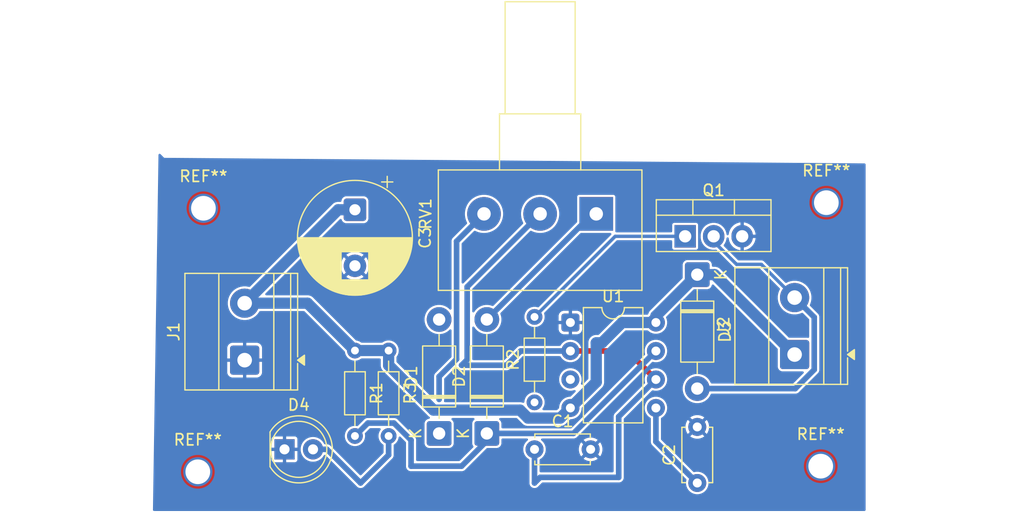
<source format=kicad_pcb>
(kicad_pcb (version 20241229) (generator "pcbnew") (generator_version "9.0")
  (layers (0 "F.Cu" signal) (2 "B.Cu" signal) (13 "F.Paste" user) (15 "B.Paste" user) (5 "F.SilkS" user "F.Silkscreen") (7 "B.SilkS" user "B.Silkscreen") (1 "F.Mask" user) (3 "B.Mask" user) (25 "Edge.Cuts" user))
  (net 0 "")
  (net 1 "GND")
  (net 2 "Net-(U1-THR)")
  (net 3 "Net-(U1-CV)")
  (net 4 "Net-(D3-K)")
  (net 5 "Net-(D1-K)")
  (net 6 "Net-(D1-A)")
  (net 7 "Net-(D2-A)")
  (net 8 "Net-(D3-A)")
  (net 9 "Net-(D4-A)")
  (net 10 "Net-(Q1-B)")
  (net 11 "Net-(U1-Q)")
  (footprint "Package_DIP:DIP-8_W7.62mm" (layer "F.Cu") (at 136.195 91.19)
    (property "Reference" "U1" (at 3.81 -2.33 0) (layer "F.SilkS"))
    (property "Value" "NE555P")
    (fp_line (start 1.16 -1.33) (end 1.16 8.95) (stroke (width 0.12)) (layer "F.SilkS"))
    (fp_line (start 1.16 8.95) (end 6.46 8.95) (stroke (width 0.12)) (layer "F.SilkS"))
    (fp_line (start 2.81 -1.33) (end 1.16 -1.33) (stroke (width 0.12)) (layer "F.SilkS"))
    (fp_line (start 6.46 -1.33) (end 4.81 -1.33) (stroke (width 0.12)) (layer "F.SilkS"))
    (fp_line (start 6.46 8.95) (end 6.46 -1.33) (stroke (width 0.12)) (layer "F.SilkS"))
    (fp_arc (start 4.81 -1.33) (mid 3.81 -0.33) (end 2.81 -1.33) (stroke (width 0.12)) (layer "F.SilkS"))
    (pad "1" thru_hole roundrect (at 0 0) (size 1.6 1.6) (drill 0.8) (layers "*.Cu" "*.Mask") (roundrect_rratio 0.15625) (net 1 "GND"))
    (pad "2" thru_hole circle (at 0 2.54) (size 1.6 1.6) (drill 0.8) (layers "*.Cu" "*.Mask") (net 2 "Net-(U1-THR)"))
    (pad "3" thru_hole circle (at 0 5.08) (size 1.6 1.6) (drill 0.8) (layers "*.Cu" "*.Mask") (net 11 "Net-(U1-Q)"))
    (pad "4" thru_hole circle (at 0 7.62) (size 1.6 1.6) (drill 0.8) (layers "*.Cu" "*.Mask") (net 4 "Net-(D3-K)"))
    (pad "5" thru_hole circle (at 7.62 7.62) (size 1.6 1.6) (drill 0.8) (layers "*.Cu" "*.Mask") (net 3 "Net-(U1-CV)"))
    (pad "6" thru_hole circle (at 7.62 5.08) (size 1.6 1.6) (drill 0.8) (layers "*.Cu" "*.Mask") (net 2 "Net-(U1-THR)"))
    (pad "7" thru_hole circle (at 7.62 2.54) (size 1.6 1.6) (drill 0.8) (layers "*.Cu" "*.Mask") (net 6 "Net-(D1-A)"))
    (pad "8" thru_hole circle (at 7.62 0) (size 1.6 1.6) (drill 0.8) (layers "*.Cu" "*.Mask") (net 4 "Net-(D3-K)"))
  )
  (footprint "Resistor_THT:R_Axial_DIN0204_L3.6mm_D1.6mm_P7.62mm_Horizontal" (layer "F.Cu") (at 117 93.69 -90)
    (property "Reference" "R1" (at 3.81 -1.92 90) (layer "F.SilkS"))
    (property "Value" "1k")
    (fp_line (start 0.94 0) (end 1.89 0) (stroke (width 0.12)) (layer "F.SilkS"))
    (fp_line (start 6.68 0) (end 5.73 0) (stroke (width 0.12)) (layer "F.SilkS"))
    (fp_rect (start 1.89 -0.92) (end 5.73 0.92) (stroke (width 0.12)) (fill no) (layer "F.SilkS"))
    (pad "1" thru_hole circle (at 0 0 270) (size 1.4 1.4) (drill 0.7) (layers "*.Cu" "*.Mask") (net 4 "Net-(D3-K)"))
    (pad "2" thru_hole circle (at 7.62 0 270) (size 1.4 1.4) (drill 0.7) (layers "*.Cu" "*.Mask") (net 6 "Net-(D1-A)"))
  )
  (footprint "MountingHole:MountingHole_2.2mm_M2_DIN965_Pad_TopOnly" (layer "F.Cu") (at 159 80.5)
    (property "Reference" "REF**" (at 0 -2.85 0) (layer "F.SilkS"))
    (property "Value" "MountingHole_2.2mm_M2_DIN965_Pad_TopOnly")
    (pad "1" thru_hole circle (at 0 0) (size 2.6 2.6) (drill 2.2) (layers "*.Cu" "*.Mask"))
    (pad "1" connect circle (at 0 0) (size 3.8 3.8) (layers "F.Cu" "F.Mask"))
  )
  (footprint "TerminalBlock_Phoenix:TerminalBlock_Phoenix_MKDS-1,5-2-5.08_1x02_P5.08mm_Horizontal" (layer "F.Cu") (at 156.1725 94.045 90)
    (property "Reference" "J2" (at 2.54 -6.32 90) (layer "F.SilkS"))
    (property "Value" "Screw_Terminal_01x02")
    (fp_line (start 7.74 -5.32) (end 7.74 4.72) (stroke (width 0.12)) (layer "F.SilkS"))
    (fp_line (start -2.66 -5.32) (end 7.74 -5.32) (stroke (width 0.12)) (layer "F.SilkS"))
    (fp_line (start -2.66 -2.3) (end 7.74 -2.3) (stroke (width 0.12)) (layer "F.SilkS"))
    (fp_line (start -2.66 2.6) (end 7.74 2.6) (stroke (width 0.12)) (layer "F.SilkS"))
    (fp_line (start -2.66 4.1) (end 7.74 4.1) (stroke (width 0.12)) (layer "F.SilkS"))
    (fp_line (start 7.74 4.72) (end 0.3 4.72) (stroke (width 0.12)) (layer "F.SilkS"))
    (fp_line (start -0.3 4.72) (end -2.66 4.72) (stroke (width 0.12)) (layer "F.SilkS"))
    (fp_line (start -2.66 4.72) (end -2.66 -5.32) (stroke (width 0.12)) (layer "F.SilkS"))
    (fp_poly (pts (xy 0 4.72) (xy 0.44 5.33) (xy -0.44 5.33)) (stroke (width 0.12)) (fill yes) (layer "F.SilkS"))
    (pad "1" thru_hole roundrect (at 0 0 90) (size 2.6 2.6) (drill 1.3) (layers "*.Cu" "*.Mask") (roundrect_rratio 0.096154) (net 4 "Net-(D3-K)"))
    (pad "2" thru_hole circle (at 5.08 0 90) (size 2.6 2.6) (drill 1.3) (layers "*.Cu" "*.Mask") (net 8 "Net-(D3-A)"))
  )
  (footprint "Capacitor_THT:C_Disc_D4.7mm_W2.5mm_P5.00mm" (layer "F.Cu") (at 133 102.5)
    (property "Reference" "C1" (at 2.5 -2.5 0) (layer "F.SilkS"))
    (property "Value" "100nF")
    (fp_line (start 0.03 -1.37) (end 4.97 -1.37) (stroke (width 0.12)) (layer "F.SilkS"))
    (fp_line (start 0.03 -1.04) (end 0.03 -1.37) (stroke (width 0.12)) (layer "F.SilkS"))
    (fp_line (start 0.03 1.37) (end 0.03 1.04) (stroke (width 0.12)) (layer "F.SilkS"))
    (fp_line (start 4.97 -1.37) (end 4.97 -1.04) (stroke (width 0.12)) (layer "F.SilkS"))
    (fp_line (start 4.97 1.04) (end 4.97 1.37) (stroke (width 0.12)) (layer "F.SilkS"))
    (fp_line (start 4.97 1.37) (end 0.03 1.37) (stroke (width 0.12)) (layer "F.SilkS"))
    (pad "1" thru_hole circle (at 0 0) (size 1.6 1.6) (drill 0.8) (layers "*.Cu" "*.Mask") (net 2 "Net-(U1-THR)"))
    (pad "2" thru_hole circle (at 5 0) (size 1.6 1.6) (drill 0.8) (layers "*.Cu" "*.Mask") (net 1 "GND"))
  )
  (footprint "MountingHole:MountingHole_2.2mm_M2_DIN965_Pad_TopOnly" (layer "F.Cu") (at 103.5 81)
    (property "Reference" "REF**" (at 0 -2.85 0) (layer "F.SilkS"))
    (property "Value" "MountingHole_2.2mm_M2_DIN965_Pad_TopOnly")
    (pad "1" thru_hole circle (at 0 0) (size 2.6 2.6) (drill 2.2) (layers "*.Cu" "*.Mask"))
    (pad "1" connect circle (at 0 0) (size 3.8 3.8) (layers "F.Cu" "F.Mask"))
  )
  (footprint "Diode_THT:D_DO-41_SOD81_P10.16mm_Horizontal" (layer "F.Cu") (at 147.5 86.92 -90)
    (property "Reference" "D3" (at 5.08 -2.47 90) (layer "F.SilkS"))
    (property "Value" "1N4007")
    (fp_line (start 1.34 0) (end 2.36 0) (stroke (width 0.12)) (layer "F.SilkS"))
    (fp_line (start 8.82 0) (end 7.8 0) (stroke (width 0.12)) (layer "F.SilkS"))
    (fp_line (start 3.14 -1.47) (end 3.14 1.47) (stroke (width 0.12)) (layer "F.SilkS"))
    (fp_line (start 3.26 -1.47) (end 3.26 1.47) (stroke (width 0.12)) (layer "F.SilkS"))
    (fp_line (start 3.38 -1.47) (end 3.38 1.47) (stroke (width 0.12)) (layer "F.SilkS"))
    (fp_rect (start 2.36 -1.47) (end 7.8 1.47) (stroke (width 0.12)) (fill no) (layer "F.SilkS"))
    (fp_text user "K" (at 0 -2.1 90) (layer "F.SilkS"))
    (pad "1" thru_hole roundrect (at 0 0 270) (size 2.2 2.2) (drill 1.1) (layers "*.Cu" "*.Mask") (roundrect_rratio 0.113636) (net 4 "Net-(D3-K)"))
    (pad "2" thru_hole circle (at 10.16 0 270) (size 2.2 2.2) (drill 1.1) (layers "*.Cu" "*.Mask") (net 8 "Net-(D3-A)"))
  )
  (footprint "Capacitor_THT:CP_Radial_D10.0mm_P5.00mm" (layer "F.Cu") (at 117 81.132323 -90)
    (property "Reference" "C3" (at 2.5 -6.25 90) (layer "F.SilkS"))
    (property "Value" "1000nF")
    (fp_line (start 3.78 1.24) (end 3.78 4.917) (stroke (width 0.12)) (layer "F.SilkS"))
    (fp_line (start 3.82 1.24) (end 3.82 4.907) (stroke (width 0.12)) (layer "F.SilkS"))
    (fp_line (start 3.86 1.24) (end 3.86 4.896) (stroke (width 0.12)) (layer "F.SilkS"))
    (fp_line (start 3.9 1.24) (end 3.9 4.885) (stroke (width 0.12)) (layer "F.SilkS"))
    (fp_line (start 3.94 1.24) (end 3.94 4.873) (stroke (width 0.12)) (layer "F.SilkS"))
    (fp_line (start 3.98 1.24) (end 3.98 4.861) (stroke (width 0.12)) (layer "F.SilkS"))
    (fp_line (start 4.02 1.24) (end 4.02 4.849) (stroke (width 0.12)) (layer "F.SilkS"))
    (fp_line (start 4.06 1.24) (end 4.06 4.837) (stroke (width 0.12)) (layer "F.SilkS"))
    (fp_line (start 4.1 1.24) (end 4.1 4.824) (stroke (width 0.12)) (layer "F.SilkS"))
    (fp_line (start 4.14 1.24) (end 4.14 4.81) (stroke (width 0.12)) (layer "F.SilkS"))
    (fp_line (start 4.18 1.24) (end 4.18 4.797) (stroke (width 0.12)) (layer "F.SilkS"))
    (fp_line (start 4.22 1.24) (end 4.22 4.782) (stroke (width 0.12)) (layer "F.SilkS"))
    (fp_line (start 4.26 1.24) (end 4.26 4.768) (stroke (width 0.12)) (layer "F.SilkS"))
    (fp_line (start 4.3 1.24) (end 4.3 4.753) (stroke (width 0.12)) (layer "F.SilkS"))
    (fp_line (start 4.34 1.24) (end 4.34 4.738) (stroke (width 0.12)) (layer "F.SilkS"))
    (fp_line (start 4.38 1.24) (end 4.38 4.722) (stroke (width 0.12)) (layer "F.SilkS"))
    (fp_line (start 4.42 1.24) (end 4.42 4.706) (stroke (width 0.12)) (layer "F.SilkS"))
    (fp_line (start 4.46 1.24) (end 4.46 4.69) (stroke (width 0.12)) (layer "F.SilkS"))
    (fp_line (start 4.5 1.24) (end 4.5 4.673) (stroke (width 0.12)) (layer "F.SilkS"))
    (fp_line (start 4.54 1.24) (end 4.54 4.656) (stroke (width 0.12)) (layer "F.SilkS"))
    (fp_line (start 4.58 1.24) (end 4.58 4.638) (stroke (width 0.12)) (layer "F.SilkS"))
    (fp_line (start 4.62 1.24) (end 4.62 4.62) (stroke (width 0.12)) (layer "F.SilkS"))
    (fp_line (start 4.66 1.24) (end 4.66 4.602) (stroke (width 0.12)) (layer "F.SilkS"))
    (fp_line (start 4.7 1.24) (end 4.7 4.583) (stroke (width 0.12)) (layer "F.SilkS"))
    (fp_line (start 4.74 1.24) (end 4.74 4.564) (stroke (width 0.12)) (layer "F.SilkS"))
    (fp_line (start 4.78 1.24) (end 4.78 4.544) (stroke (width 0.12)) (layer "F.SilkS"))
    (fp_line (start 4.82 1.24) (end 4.82 4.524) (stroke (width 0.12)) (layer "F.SilkS"))
    (fp_line (start 4.86 1.24) (end 4.86 4.504) (stroke (width 0.12)) (layer "F.SilkS"))
    (fp_line (start 4.9 1.24) (end 4.9 4.483) (stroke (width 0.12)) (layer "F.SilkS"))
    (fp_line (start 4.94 1.24) (end 4.94 4.461) (stroke (width 0.12)) (layer "F.SilkS"))
    (fp_line (start 4.98 1.24) (end 4.98 4.439) (stroke (width 0.12)) (layer "F.SilkS"))
    (fp_line (start 5.02 1.24) (end 5.02 4.417) (stroke (width 0.12)) (layer "F.SilkS"))
    (fp_line (start 5.06 1.24) (end 5.06 4.394) (stroke (width 0.12)) (layer "F.SilkS"))
    (fp_line (start 5.1 1.24) (end 5.1 4.371) (stroke (width 0.12)) (layer "F.SilkS"))
    (fp_line (start 5.14 1.24) (end 5.14 4.347) (stroke (width 0.12)) (layer "F.SilkS"))
    (fp_line (start 5.18 1.24) (end 5.18 4.323) (stroke (width 0.12)) (layer "F.SilkS"))
    (fp_line (start 5.22 1.24) (end 5.22 4.298) (stroke (width 0.12)) (layer "F.SilkS"))
    (fp_line (start 5.26 1.24) (end 5.26 4.272) (stroke (width 0.12)) (layer "F.SilkS"))
    (fp_line (start 5.3 1.24) (end 5.3 4.247) (stroke (width 0.12)) (layer "F.SilkS"))
    (fp_line (start 5.34 1.24) (end 5.34 4.22) (stroke (width 0.12)) (layer "F.SilkS"))
    (fp_line (start 5.38 1.24) (end 5.38 4.193) (stroke (width 0.12)) (layer "F.SilkS"))
    (fp_line (start 5.42 1.24) (end 5.42 4.166) (stroke (width 0.12)) (layer "F.SilkS"))
    (fp_line (start 5.46 1.24) (end 5.46 4.138) (stroke (width 0.12)) (layer "F.SilkS"))
    (fp_line (start 5.5 1.24) (end 5.5 4.109) (stroke (width 0.12)) (layer "F.SilkS"))
    (fp_line (start 5.54 1.24) (end 5.54 4.08) (stroke (width 0.12)) (layer "F.SilkS"))
    (fp_line (start 5.58 1.24) (end 5.58 4.05) (stroke (width 0.12)) (layer "F.SilkS"))
    (fp_line (start 5.62 1.24) (end 5.62 4.02) (stroke (width 0.12)) (layer "F.SilkS"))
    (fp_line (start 5.66 1.24) (end 5.66 3.988) (stroke (width 0.12)) (layer "F.SilkS"))
    (fp_line (start 5.7 1.24) (end 5.7 3.957) (stroke (width 0.12)) (layer "F.SilkS"))
    (fp_line (start 5.74 1.24) (end 5.74 3.924) (stroke (width 0.12)) (layer "F.SilkS"))
    (fp_line (start 5.78 1.24) (end 5.78 3.891) (stroke (width 0.12)) (layer "F.SilkS"))
    (fp_line (start 5.82 1.24) (end 5.82 3.858) (stroke (width 0.12)) (layer "F.SilkS"))
    (fp_line (start 5.86 1.24) (end 5.86 3.823) (stroke (width 0.12)) (layer "F.SilkS"))
    (fp_line (start 5.9 1.24) (end 5.9 3.788) (stroke (width 0.12)) (layer "F.SilkS"))
    (fp_line (start 5.94 1.24) (end 5.94 3.752) (stroke (width 0.12)) (layer "F.SilkS"))
    (fp_line (start 5.98 1.24) (end 5.98 3.716) (stroke (width 0.12)) (layer "F.SilkS"))
    (fp_line (start 6.02 1.24) (end 6.02 3.678) (stroke (width 0.12)) (layer "F.SilkS"))
    (fp_line (start 6.06 1.24) (end 6.06 3.64) (stroke (width 0.12)) (layer "F.SilkS"))
    (fp_line (start 6.1 1.24) (end 6.1 3.601) (stroke (width 0.12)) (layer "F.SilkS"))
    (fp_line (start 6.14 1.24) (end 6.14 3.561) (stroke (width 0.12)) (layer "F.SilkS"))
    (fp_line (start 6.18 1.24) (end 6.18 3.52) (stroke (width 0.12)) (layer "F.SilkS"))
    (fp_line (start 6.22 1.24) (end 6.22 3.478) (stroke (width 0.12)) (layer "F.SilkS"))
    (fp_line (start 7.58 -0.599) (end 7.58 0.599) (stroke (width 0.12)) (layer "F.SilkS"))
    (fp_line (start 7.54 -0.862) (end 7.54 0.862) (stroke (width 0.12)) (layer "F.SilkS"))
    (fp_line (start 7.5 -1.062) (end 7.5 1.062) (stroke (width 0.12)) (layer "F.SilkS"))
    (fp_line (start 7.46 -1.23) (end 7.46 1.23) (stroke (width 0.12)) (layer "F.SilkS"))
    (fp_line (start 7.42 -1.377) (end 7.42 1.377) (stroke (width 0.12)) (layer "F.SilkS"))
    (fp_line (start 7.38 -1.509) (end 7.38 1.509) (stroke (width 0.12)) (layer "F.SilkS"))
    (fp_line (start 7.34 -1.63) (end 7.34 1.63) (stroke (width 0.12)) (layer "F.SilkS"))
    (fp_line (start 7.3 -1.742) (end 7.3 1.742) (stroke (width 0.12)) (layer "F.SilkS"))
    (fp_line (start 7.26 -1.846) (end 7.26 1.846) (stroke (width 0.12)) (layer "F.SilkS"))
    (fp_line (start 7.22 -1.944) (end 7.22 1.944) (stroke (width 0.12)) (layer "F.SilkS"))
    (fp_line (start 7.18 -2.037) (end 7.18 2.037) (stroke (width 0.12)) (layer "F.SilkS"))
    (fp_line (start 7.14 -2.124) (end 7.14 2.124) (stroke (width 0.12)) (layer "F.SilkS"))
    (fp_line (start 7.1 -2.208) (end 7.1 2.208) (stroke (width 0.12)) (layer "F.SilkS"))
    (fp_line (start 7.06 -2.288) (end 7.06 2.288) (stroke (width 0.12)) (layer "F.SilkS"))
    (fp_line (start 7.02 -2.365) (end 7.02 2.365) (stroke (width 0.12)) (layer "F.SilkS"))
    (fp_line (start 6.98 -2.439) (end 6.98 2.439) (stroke (width 0.12)) (layer "F.SilkS"))
    (fp_line (start 6.94 -2.51) (end 6.94 2.51) (stroke (width 0.12)) (layer "F.SilkS"))
    (fp_line (start 6.9 -2.578) (end 6.9 2.578) (stroke (width 0.12)) (layer "F.SilkS"))
    (fp_line (start 6.86 -2.644) (end 6.86 2.644) (stroke (width 0.12)) (layer "F.SilkS"))
    (fp_line (start 6.82 -2.708) (end 6.82 2.708) (stroke (width 0.12)) (layer "F.SilkS"))
    (fp_line (start 6.78 -2.77) (end 6.78 2.77) (stroke (width 0.12)) (layer "F.SilkS"))
    (fp_line (start 6.74 -2.83) (end 6.74 2.83) (stroke (width 0.12)) (layer "F.SilkS"))
    (fp_line (start -2.979646 -2.875) (end -1.979646 -2.875) (stroke (width 0.12)) (layer "F.SilkS"))
    (fp_line (start 6.7 -2.888) (end 6.7 2.888) (stroke (width 0.12)) (layer "F.SilkS"))
    (fp_line (start 6.66 -2.945) (end 6.66 2.945) (stroke (width 0.12)) (layer "F.SilkS"))
    (fp_line (start 6.62 -3) (end 6.62 3) (stroke (width 0.12)) (layer "F.SilkS"))
    (fp_line (start 6.58 -3.053) (end 6.58 3.053) (stroke (width 0.12)) (layer "F.SilkS"))
    (fp_line (start 6.54 -3.105) (end 6.54 3.105) (stroke (width 0.12)) (layer "F.SilkS"))
    (fp_line (start 6.5 -3.156) (end 6.5 3.156) (stroke (width 0.12)) (layer "F.SilkS"))
    (fp_line (start 6.46 -3.205) (end 6.46 3.205) (stroke (width 0.12)) (layer "F.SilkS"))
    (fp_line (start 6.42 -3.254) (end 6.42 3.254) (stroke (width 0.12)) (layer "F.SilkS"))
    (fp_line (start 6.38 -3.301) (end 6.38 3.301) (stroke (width 0.12)) (layer "F.SilkS"))
    (fp_line (start 6.34 -3.347) (end 6.34 3.347) (stroke (width 0.12)) (layer "F.SilkS"))
    (fp_line (start -2.479646 -3.375) (end -2.479646 -2.375) (stroke (width 0.12)) (layer "F.SilkS"))
    (fp_line (start 6.3 -3.391) (end 6.3 3.391) (stroke (width 0.12)) (layer "F.SilkS"))
    (fp_line (start 6.26 -3.435) (end 6.26 3.435) (stroke (width 0.12)) (layer "F.SilkS"))
    (fp_line (start 6.22 -3.478) (end 6.22 -1.24) (stroke (width 0.12)) (layer "F.SilkS"))
    (fp_line (start 6.18 -3.52) (end 6.18 -1.24) (stroke (width 0.12)) (layer "F.SilkS"))
    (fp_line (start 6.14 -3.561) (end 6.14 -1.24) (stroke (width 0.12)) (layer "F.SilkS"))
    (fp_line (start 6.1 -3.601) (end 6.1 -1.24) (stroke (width 0.12)) (layer "F.SilkS"))
    (fp_line (start 6.06 -3.64) (end 6.06 -1.24) (stroke (width 0.12)) (layer "F.SilkS"))
    (fp_line (start 6.02 -3.678) (end 6.02 -1.24) (stroke (width 0.12)) (layer "F.SilkS"))
    (fp_line (start 5.98 -3.716) (end 5.98 -1.24) (stroke (width 0.12)) (layer "F.SilkS"))
    (fp_line (start 5.94 -3.752) (end 5.94 -1.24) (stroke (width 0.12)) (layer "F.SilkS"))
    (fp_line (start 5.9 -3.788) (end 5.9 -1.24) (stroke (width 0.12)) (layer "F.SilkS"))
    (fp_line (start 5.86 -3.823) (end 5.86 -1.24) (stroke (width 0.12)) (layer "F.SilkS"))
    (fp_line (start 5.82 -3.858) (end 5.82 -1.24) (stroke (width 0.12)) (layer "F.SilkS"))
    (fp_line (start 5.78 -3.891) (end 5.78 -1.24) (stroke (width 0.12)) (layer "F.SilkS"))
    (fp_line (start 5.74 -3.924) (end 5.74 -1.24) (stroke (width 0.12)) (layer "F.SilkS"))
    (fp_line (start 5.7 -3.957) (end 5.7 -1.24) (stroke (width 0.12)) (layer "F.SilkS"))
    (fp_line (start 5.66 -3.988) (end 5.66 -1.24) (stroke (width 0.12)) (layer "F.SilkS"))
    (fp_line (start 5.62 -4.02) (end 5.62 -1.24) (stroke (width 0.12)) (layer "F.SilkS"))
    (fp_line (start 5.58 -4.05) (end 5.58 -1.24) (stroke (width 0.12)) (layer "F.SilkS"))
    (fp_line (start 5.54 -4.08) (end 5.54 -1.24) (stroke (width 0.12)) (layer "F.SilkS"))
    (fp_line (start 5.5 -4.109) (end 5.5 -1.24) (stroke (width 0.12)) (layer "F.SilkS"))
    (fp_line (start 5.46 -4.138) (end 5.46 -1.24) (stroke (width 0.12)) (layer "F.SilkS"))
    (fp_line (start 5.42 -4.166) (end 5.42 -1.24) (stroke (width 0.12)) (layer "F.SilkS"))
    (fp_line (start 5.38 -4.193) (end 5.38 -1.24) (stroke (width 0.12)) (layer "F.SilkS"))
    (fp_line (start 5.34 -4.22) (end 5.34 -1.24) (stroke (width 0.12)) (layer "F.SilkS"))
    (fp_line (start 5.3 -4.247) (end 5.3 -1.24) (stroke (width 0.12)) (layer "F.SilkS"))
    (fp_line (start 5.26 -4.272) (end 5.26 -1.24) (stroke (width 0.12)) (layer "F.SilkS"))
    (fp_line (start 5.22 -4.298) (end 5.22 -1.24) (stroke (width 0.12)) (layer "F.SilkS"))
    (fp_line (start 5.18 -4.323) (end 5.18 -1.24) (stroke (width 0.12)) (layer "F.SilkS"))
    (fp_line (start 5.14 -4.347) (end 5.14 -1.24) (stroke (width 0.12)) (layer "F.SilkS"))
    (fp_line (start 5.1 -4.371) (end 5.1 -1.24) (stroke (width 0.12)) (layer "F.SilkS"))
    (fp_line (start 5.06 -4.394) (end 5.06 -1.24) (stroke (width 0.12)) (layer "F.SilkS"))
    (fp_line (start 5.02 -4.417) (end 5.02 -1.24) (stroke (width 0.12)) (layer "F.SilkS"))
    (fp_line (start 4.98 -4.439) (end 4.98 -1.24) (stroke (width 0.12)) (layer "F.SilkS"))
    (fp_line (start 4.94 -4.461) (end 4.94 -1.24) (stroke (width 0.12)) (layer "F.SilkS"))
    (fp_line (start 4.9 -4.483) (end 4.9 -1.24) (stroke (width 0.12)) (layer "F.SilkS"))
    (fp_line (start 4.86 -4.504) (end 4.86 -1.24) (stroke (width 0.12)) (layer "F.SilkS"))
    (fp_line (start 4.82 -4.524) (end 4.82 -1.24) (stroke (width 0.12)) (layer "F.SilkS"))
    (fp_line (start 4.78 -4.544) (end 4.78 -1.24) (stroke (width 0.12)) (layer "F.SilkS"))
    (fp_line (start 4.74 -4.564) (end 4.74 -1.24) (stroke (width 0.12)) (layer "F.SilkS"))
    (fp_line (start 4.7 -4.583) (end 4.7 -1.24) (stroke (width 0.12)) (layer "F.SilkS"))
    (fp_line (start 4.66 -4.602) (end 4.66 -1.24) (stroke (width 0.12)) (layer "F.SilkS"))
    (fp_line (start 4.62 -4.62) (end 4.62 -1.24) (stroke (width 0.12)) (layer "F.SilkS"))
    (fp_line (start 4.58 -4.638) (end 4.58 -1.24) (stroke (width 0.12)) (layer "F.SilkS"))
    (fp_line (start 4.54 -4.656) (end 4.54 -1.24) (stroke (width 0.12)) (layer "F.SilkS"))
    (fp_line (start 4.5 -4.673) (end 4.5 -1.24) (stroke (width 0.12)) (layer "F.SilkS"))
    (fp_line (start 4.46 -4.69) (end 4.46 -1.24) (stroke (width 0.12)) (layer "F.SilkS"))
    (fp_line (start 4.42 -4.706) (end 4.42 -1.24) (stroke (width 0.12)) (layer "F.SilkS"))
    (fp_line (start 4.38 -4.722) (end 4.38 -1.24) (stroke (width 0.12)) (layer "F.SilkS"))
    (fp_line (start 4.34 -4.738) (end 4.34 -1.24) (stroke (width 0.12)) (layer "F.SilkS"))
    (fp_line (start 4.3 -4.753) (end 4.3 -1.24) (stroke (width 0.12)) (layer "F.SilkS"))
    (fp_line (start 4.26 -4.768) (end 4.26 -1.24) (stroke (width 0.12)) (layer "F.SilkS"))
    (fp_line (start 4.22 -4.782) (end 4.22 -1.24) (stroke (width 0.12)) (layer "F.SilkS"))
    (fp_line (start 4.18 -4.797) (end 4.18 -1.24) (stroke (width 0.12)) (layer "F.SilkS"))
    (fp_line (start 4.14 -4.81) (end 4.14 -1.24) (stroke (width 0.12)) (layer "F.SilkS"))
    (fp_line (start 4.1 -4.824) (end 4.1 -1.24) (stroke (width 0.12)) (layer "F.SilkS"))
    (fp_line (start 4.06 -4.837) (end 4.06 -1.24) (stroke (width 0.12)) (layer "F.SilkS"))
    (fp_line (start 4.02 -4.849) (end 4.02 -1.24) (stroke (width 0.12)) (layer "F.SilkS"))
    (fp_line (start 3.98 -4.861) (end 3.98 -1.24) (stroke (width 0.12)) (layer "F.SilkS"))
    (fp_line (start 3.94 -4.873) (end 3.94 -1.24) (stroke (width 0.12)) (layer "F.SilkS"))
    (fp_line (start 3.9 -4.885) (end 3.9 -1.24) (stroke (width 0.12)) (layer "F.SilkS"))
    (fp_line (start 3.86 -4.896) (end 3.86 -1.24) (stroke (width 0.12)) (layer "F.SilkS"))
    (fp_line (start 3.82 -4.907) (end 3.82 -1.24) (stroke (width 0.12)) (layer "F.SilkS"))
    (fp_line (start 3.78 -4.917) (end 3.78 -1.24) (stroke (width 0.12)) (layer "F.SilkS"))
    (fp_line (start 3.74 -4.928) (end 3.74 4.928) (stroke (width 0.12)) (layer "F.SilkS"))
    (fp_line (start 3.7 -4.937) (end 3.7 4.937) (stroke (width 0.12)) (layer "F.SilkS"))
    (fp_line (start 3.66 -4.947) (end 3.66 4.947) (stroke (width 0.12)) (layer "F.SilkS"))
    (fp_line (start 3.62 -4.956) (end 3.62 4.956) (stroke (width 0.12)) (layer "F.SilkS"))
    (fp_line (start 3.58 -4.965) (end 3.58 4.965) (stroke (width 0.12)) (layer "F.SilkS"))
    (fp_line (start 3.54 -4.973) (end 3.54 4.973) (stroke (width 0.12)) (layer "F.SilkS"))
    (fp_line (start 3.5 -4.981) (end 3.5 4.981) (stroke (width 0.12)) (layer "F.SilkS"))
    (fp_line (start 3.46 -4.989) (end 3.46 4.989) (stroke (width 0.12)) (layer "F.SilkS"))
    (fp_line (start 3.42 -4.997) (end 3.42 4.997) (stroke (width 0.12)) (layer "F.SilkS"))
    (fp_line (start 3.38 -5.004) (end 3.38 5.004) (stroke (width 0.12)) (layer "F.SilkS"))
    (fp_line (start 3.34 -5.011) (end 3.34 5.011) (stroke (width 0.12)) (layer "F.SilkS"))
    (fp_line (start 3.3 -5.017) (end 3.3 5.017) (stroke (width 0.12)) (layer "F.SilkS"))
    (fp_line (start 3.26 -5.023) (end 3.26 5.023) (stroke (width 0.12)) (layer "F.SilkS"))
    (fp_line (start 3.22 -5.029) (end 3.22 5.029) (stroke (width 0.12)) (layer "F.SilkS"))
    (fp_line (start 3.18 -5.035) (end 3.18 5.035) (stroke (width 0.12)) (layer "F.SilkS"))
    (fp_line (start 3.14 -5.04) (end 3.14 5.04) (stroke (width 0.12)) (layer "F.SilkS"))
    (fp_line (start 3.1 -5.045) (end 3.1 5.045) (stroke (width 0.12)) (layer "F.SilkS"))
    (fp_line (start 3.06 -5.049) (end 3.06 5.049) (stroke (width 0.12)) (layer "F.SilkS"))
    (fp_line (start 3.02 -5.054) (end 3.02 5.054) (stroke (width 0.12)) (layer "F.SilkS"))
    (fp_line (start 2.98 -5.057) (end 2.98 5.057) (stroke (width 0.12)) (layer "F.SilkS"))
    (fp_line (start 2.94 -5.061) (end 2.94 5.061) (stroke (width 0.12)) (layer "F.SilkS"))
    (fp_line (start 2.9 -5.064) (end 2.9 5.064) (stroke (width 0.12)) (layer "F.SilkS"))
    (fp_line (start 2.86 -5.067) (end 2.86 5.067) (stroke (width 0.12)) (layer "F.SilkS"))
    (fp_line (start 2.82 -5.07) (end 2.82 5.07) (stroke (width 0.12)) (layer "F.SilkS"))
    (fp_line (start 2.78 -5.072) (end 2.78 5.072) (stroke (width 0.12)) (layer "F.SilkS"))
    (fp_line (start 2.74 -5.074) (end 2.74 5.074) (stroke (width 0.12)) (layer "F.SilkS"))
    (fp_line (start 2.7 -5.076) (end 2.7 5.076) (stroke (width 0.12)) (layer "F.SilkS"))
    (fp_line (start 2.66 -5.077) (end 2.66 5.077) (stroke (width 0.12)) (layer "F.SilkS"))
    (fp_line (start 2.58 -5.079) (end 2.58 5.079) (stroke (width 0.12)) (layer "F.SilkS"))
    (fp_line (start 2.62 -5.079) (end 2.62 5.079) (stroke (width 0.12)) (layer "F.SilkS"))
    (fp_line (start 2.5 -5.08) (end 2.5 5.08) (stroke (width 0.12)) (layer "F.SilkS"))
    (fp_line (start 2.54 -5.08) (end 2.54 5.08) (stroke (width 0.12)) (layer "F.SilkS"))
    (fp_circle (center 2.5 0) (end 7.62 0) (stroke (width 0.12)) (fill no) (layer "F.SilkS"))
    (pad "1" thru_hole roundrect (at 0 0 270) (size 2 2) (drill 1) (layers "*.Cu" "*.Mask") (roundrect_rratio 0.125) (net 4 "Net-(D3-K)"))
    (pad "2" thru_hole circle (at 5 0 270) (size 2 2) (drill 1) (layers "*.Cu" "*.Mask") (net 1 "GND"))
  )
  (footprint "Package_TO_SOT_THT:TO-220-3_Vertical" (layer "F.Cu") (at 146.42 83.5)
    (property "Reference" "Q1" (at 2.54 -4.1 0) (layer "F.SilkS"))
    (property "Value" "TIP122")
    (fp_line (start -2.57 -3.26) (end 7.65 -3.26) (stroke (width 0.12)) (layer "F.SilkS"))
    (fp_line (start -2.57 -1.88) (end 7.65 -1.88) (stroke (width 0.12)) (layer "F.SilkS"))
    (fp_line (start -2.57 1.36) (end -2.57 -3.26) (stroke (width 0.12)) (layer "F.SilkS"))
    (fp_line (start 0.69 -3.26) (end 0.69 -1.88) (stroke (width 0.12)) (layer "F.SilkS"))
    (fp_line (start 4.39 -3.26) (end 4.39 -1.88) (stroke (width 0.12)) (layer "F.SilkS"))
    (fp_line (start 7.65 -3.26) (end 7.65 1.36) (stroke (width 0.12)) (layer "F.SilkS"))
    (fp_line (start 7.65 1.36) (end -2.57 1.36) (stroke (width 0.12)) (layer "F.SilkS"))
    (pad "1" thru_hole rect (at 0 0) (size 1.905 2) (drill 1.1) (layers "*.Cu" "*.Mask") (net 10 "Net-(Q1-B)"))
    (pad "2" thru_hole oval (at 2.54 0) (size 1.905 2) (drill 1.1) (layers "*.Cu" "*.Mask") (net 8 "Net-(D3-A)"))
    (pad "3" thru_hole oval (at 5.08 0) (size 1.905 2) (drill 1.1) (layers "*.Cu" "*.Mask") (net 1 "GND"))
  )
  (footprint "Resistor_THT:R_Axial_DIN0204_L3.6mm_D1.6mm_P7.62mm_Horizontal" (layer "F.Cu") (at 133 98.31 90)
    (property "Reference" "R2" (at 3.81 -1.92 90) (layer "F.SilkS"))
    (property "Value" "1k")
    (fp_line (start 6.68 0) (end 5.73 0) (stroke (width 0.12)) (layer "F.SilkS"))
    (fp_line (start 0.94 0) (end 1.89 0) (stroke (width 0.12)) (layer "F.SilkS"))
    (fp_rect (start 1.89 -0.92) (end 5.73 0.92) (stroke (width 0.12)) (fill no) (layer "F.SilkS"))
    (pad "1" thru_hole circle (at 0 0 90) (size 1.4 1.4) (drill 0.7) (layers "*.Cu" "*.Mask") (net 11 "Net-(U1-Q)"))
    (pad "2" thru_hole circle (at 7.62 0 90) (size 1.4 1.4) (drill 0.7) (layers "*.Cu" "*.Mask") (net 10 "Net-(Q1-B)"))
  )
  (footprint "Resistor_THT:R_Axial_DIN0204_L3.6mm_D1.6mm_P7.62mm_Horizontal" (layer "F.Cu") (at 120 93.69 -90)
    (property "Reference" "R3" (at 3.81 -1.92 90) (layer "F.SilkS"))
    (property "Value" "2.2k")
    (fp_line (start 0.94 0) (end 1.89 0) (stroke (width 0.12)) (layer "F.SilkS"))
    (fp_line (start 6.68 0) (end 5.73 0) (stroke (width 0.12)) (layer "F.SilkS"))
    (fp_rect (start 1.89 -0.92) (end 5.73 0.92) (stroke (width 0.12)) (fill no) (layer "F.SilkS"))
    (pad "1" thru_hole circle (at 0 0 270) (size 1.4 1.4) (drill 0.7) (layers "*.Cu" "*.Mask") (net 4 "Net-(D3-K)"))
    (pad "2" thru_hole circle (at 7.62 0 270) (size 1.4 1.4) (drill 0.7) (layers "*.Cu" "*.Mask") (net 9 "Net-(D4-A)"))
  )
  (footprint "Potentiometer_THT:Potentiometer_Alps_RK163_Single_Horizontal" (layer "F.Cu") (at 138.5 81.5 -90)
    (property "Reference" "RV1" (at 0 15.2 90) (layer "F.SilkS"))
    (property "Value" "100k")
    (fp_line (start -3.92 14.07) (end -3.92 -4.07) (stroke (width 0.12)) (layer "F.SilkS"))
    (fp_line (start 6.82 14.07) (end -3.92 14.07) (stroke (width 0.12)) (layer "F.SilkS"))
    (fp_line (start 6.82 14.07) (end 6.82 -4.07) (stroke (width 0.12)) (layer "F.SilkS"))
    (fp_line (start -8.92 8.62) (end -8.92 1.38) (stroke (width 0.12)) (layer "F.SilkS"))
    (fp_line (start -3.92 8.62) (end -8.92 8.62) (stroke (width 0.12)) (layer "F.SilkS"))
    (fp_line (start -18.92 8.12) (end -18.92 1.88) (stroke (width 0.12)) (layer "F.SilkS"))
    (fp_line (start -8.92 8.12) (end -18.92 8.12) (stroke (width 0.12)) (layer "F.SilkS"))
    (fp_line (start -8.92 1.88) (end -18.92 1.88) (stroke (width 0.12)) (layer "F.SilkS"))
    (fp_line (start -3.92 1.38) (end -8.92 1.38) (stroke (width 0.12)) (layer "F.SilkS"))
    (fp_line (start 6.82 -4.07) (end -3.92 -4.07) (stroke (width 0.12)) (layer "F.SilkS"))
    (pad "1" thru_hole rect (at 0 0 90) (size 3 3) (drill 1.2) (layers "*.Cu" "*.Mask") (net 7 "Net-(D2-A)"))
    (pad "2" thru_hole circle (at 0 5 90) (size 3 3) (drill 1.2) (layers "*.Cu" "*.Mask") (net 2 "Net-(U1-THR)"))
    (pad "3" thru_hole circle (at 0 10 90) (size 3 3) (drill 1.2) (layers "*.Cu" "*.Mask") (net 5 "Net-(D1-K)"))
  )
  (footprint "Diode_THT:D_DO-41_SOD81_P10.16mm_Horizontal" (layer "F.Cu") (at 128.75 101.08 90)
    (property "Reference" "D2" (at 5.08 -2.47 90) (layer "F.SilkS"))
    (property "Value" "1N4007")
    (fp_line (start 3.38 -1.47) (end 3.38 1.47) (stroke (width 0.12)) (layer "F.SilkS"))
    (fp_line (start 3.26 -1.47) (end 3.26 1.47) (stroke (width 0.12)) (layer "F.SilkS"))
    (fp_line (start 3.14 -1.47) (end 3.14 1.47) (stroke (width 0.12)) (layer "F.SilkS"))
    (fp_line (start 8.82 0) (end 7.8 0) (stroke (width 0.12)) (layer "F.SilkS"))
    (fp_line (start 1.34 0) (end 2.36 0) (stroke (width 0.12)) (layer "F.SilkS"))
    (fp_rect (start 2.36 -1.47) (end 7.8 1.47) (stroke (width 0.12)) (fill no) (layer "F.SilkS"))
    (fp_text user "K" (at 0 -2.1 90) (layer "F.SilkS"))
    (pad "1" thru_hole roundrect (at 0 0 90) (size 2.2 2.2) (drill 1.1) (layers "*.Cu" "*.Mask") (roundrect_rratio 0.113636) (net 6 "Net-(D1-A)"))
    (pad "2" thru_hole circle (at 10.16 0 90) (size 2.2 2.2) (drill 1.1) (layers "*.Cu" "*.Mask") (net 7 "Net-(D2-A)"))
  )
  (footprint "MountingHole:MountingHole_2.2mm_M2_DIN965_Pad_TopOnly" (layer "F.Cu") (at 158.5 104)
    (property "Reference" "REF**" (at 0 -2.85 0) (layer "F.SilkS"))
    (property "Value" "MountingHole_2.2mm_M2_DIN965_Pad_TopOnly")
    (pad "1" thru_hole circle (at 0 0) (size 2.6 2.6) (drill 2.2) (layers "*.Cu" "*.Mask"))
    (pad "1" connect circle (at 0 0) (size 3.8 3.8) (layers "F.Cu" "F.Mask"))
  )
  (footprint "LED_THT:LED_D5.0mm" (layer "F.Cu") (at 110.725 102.5)
    (property "Reference" "D4" (at 1.27 -3.96 0) (layer "F.SilkS"))
    (property "Value" "LED")
    (fp_line (start -1.29 -1.545) (end -1.29 1.545) (stroke (width 0.12)) (layer "F.SilkS"))
    (fp_arc (start -1.29 -1.54483) (mid 2.071779 -2.880495) (end 4.26 0) (stroke (width 0.12)) (layer "F.SilkS"))
    (fp_arc (start 4.26 0) (mid 2.071779 2.880495) (end -1.29 1.54483) (stroke (width 0.12)) (layer "F.SilkS"))
    (fp_circle (center 1.27 0) (end 3.77 0) (stroke (width 0.12)) (fill no) (layer "F.SilkS"))
    (pad "1" thru_hole rect (at 0 0) (size 1.8 1.8) (drill 0.9) (layers "*.Cu" "*.Mask") (net 1 "GND"))
    (pad "2" thru_hole circle (at 2.54 0) (size 1.8 1.8) (drill 0.9) (layers "*.Cu" "*.Mask") (net 9 "Net-(D4-A)"))
  )
  (footprint "MountingHole:MountingHole_2.2mm_M2_DIN965_Pad_TopOnly" (layer "F.Cu") (at 103 104.5)
    (property "Reference" "REF**" (at 0 -2.85 0) (layer "F.SilkS"))
    (property "Value" "MountingHole_2.2mm_M2_DIN965_Pad_TopOnly")
    (pad "1" thru_hole circle (at 0 0) (size 2.6 2.6) (drill 2.2) (layers "*.Cu" "*.Mask"))
    (pad "1" connect circle (at 0 0) (size 3.8 3.8) (layers "F.Cu" "F.Mask"))
  )
  (footprint "Capacitor_THT:C_Disc_D4.7mm_W2.5mm_P5.00mm" (layer "F.Cu") (at 147.5 105.5 90)
    (property "Reference" "C2" (at 2.5 -2.5 90) (layer "F.SilkS"))
    (property "Value" "100nF")
    (fp_line (start 4.97 -1.37) (end 4.97 -1.04) (stroke (width 0.12)) (layer "F.SilkS"))
    (fp_line (start 0.03 -1.37) (end 4.97 -1.37) (stroke (width 0.12)) (layer "F.SilkS"))
    (fp_line (start 0.03 -1.04) (end 0.03 -1.37) (stroke (width 0.12)) (layer "F.SilkS"))
    (fp_line (start 4.97 1.04) (end 4.97 1.37) (stroke (width 0.12)) (layer "F.SilkS"))
    (fp_line (start 4.97 1.37) (end 0.03 1.37) (stroke (width 0.12)) (layer "F.SilkS"))
    (fp_line (start 0.03 1.37) (end 0.03 1.04) (stroke (width 0.12)) (layer "F.SilkS"))
    (pad "1" thru_hole circle (at 0 0 90) (size 1.6 1.6) (drill 0.8) (layers "*.Cu" "*.Mask") (net 3 "Net-(U1-CV)"))
    (pad "2" thru_hole circle (at 5 0 90) (size 1.6 1.6) (drill 0.8) (layers "*.Cu" "*.Mask") (net 1 "GND"))
  )
  (footprint "TerminalBlock_Phoenix:TerminalBlock_Phoenix_MKDS-1,5-2-5.08_1x02_P5.08mm_Horizontal" (layer "F.Cu") (at 107.1725 94.545 90)
    (property "Reference" "J1" (at 2.54 -6.32 90) (layer "F.SilkS"))
    (property "Value" "Screw_Terminal_01x02")
    (fp_line (start 7.74 -5.32) (end 7.74 4.72) (stroke (width 0.12)) (layer "F.SilkS"))
    (fp_line (start -2.66 -5.32) (end 7.74 -5.32) (stroke (width 0.12)) (layer "F.SilkS"))
    (fp_line (start -2.66 -2.3) (end 7.74 -2.3) (stroke (width 0.12)) (layer "F.SilkS"))
    (fp_line (start -2.66 2.6) (end 7.74 2.6) (stroke (width 0.12)) (layer "F.SilkS"))
    (fp_line (start -2.66 4.1) (end 7.74 4.1) (stroke (width 0.12)) (layer "F.SilkS"))
    (fp_line (start 7.74 4.72) (end 0.3 4.72) (stroke (width 0.12)) (layer "F.SilkS"))
    (fp_line (start -0.3 4.72) (end -2.66 4.72) (stroke (width 0.12)) (layer "F.SilkS"))
    (fp_line (start -2.66 4.72) (end -2.66 -5.32) (stroke (width 0.12)) (layer "F.SilkS"))
    (fp_poly (pts (xy 0 4.72) (xy 0.44 5.33) (xy -0.44 5.33)) (stroke (width 0.12)) (fill yes) (layer "F.SilkS"))
    (pad "1" thru_hole roundrect (at 0 0 90) (size 2.6 2.6) (drill 1.3) (layers "*.Cu" "*.Mask") (roundrect_rratio 0.096154) (net 1 "GND"))
    (pad "2" thru_hole circle (at 5.08 0 90) (size 2.6 2.6) (drill 1.3) (layers "*.Cu" "*.Mask") (net 4 "Net-(D3-K)"))
  )
  (footprint "Diode_THT:D_DO-41_SOD81_P10.16mm_Horizontal" (layer "F.Cu") (at 124.5 101.08 90)
    (property "Reference" "D1" (at 5.08 -2.47 90) (layer "F.SilkS"))
    (property "Value" "1N4007")
    (fp_line (start 3.38 -1.47) (end 3.38 1.47) (stroke (width 0.12)) (layer "F.SilkS"))
    (fp_line (start 3.26 -1.47) (end 3.26 1.47) (stroke (width 0.12)) (layer "F.SilkS"))
    (fp_line (start 3.14 -1.47) (end 3.14 1.47) (stroke (width 0.12)) (layer "F.SilkS"))
    (fp_line (start 8.82 0) (end 7.8 0) (stroke (width 0.12)) (layer "F.SilkS"))
    (fp_line (start 1.34 0) (end 2.36 0) (stroke (width 0.12)) (layer "F.SilkS"))
    (fp_rect (start 2.36 -1.47) (end 7.8 1.47) (stroke (width 0.12)) (fill no) (layer "F.SilkS"))
    (fp_text user "K" (at 0 -2.1 90) (layer "F.SilkS"))
    (pad "1" thru_hole roundrect (at 0 0 90) (size 2.2 2.2) (drill 1.1) (layers "*.Cu" "*.Mask") (roundrect_rratio 0.113636) (net 5 "Net-(D1-K)"))
    (pad "2" thru_hole circle (at 10.16 0 90) (size 2.2 2.2) (drill 1.1) (layers "*.Cu" "*.Mask") (net 6 "Net-(D1-A)"))
  )
  (gr_arc (start 162 104) (mid 160.974874 106.474874) (end 158.5 107.5) (stroke (width 0.2)) (layer "F.Cu"))
  (gr_line (start 158.5 107.5) (end 102.5 107.5) (stroke (width 0.2)) (layer "F.Cu"))
  (gr_arc (start 159 77.5) (mid 161.12132 78.37868) (end 162 80.5) (stroke (width 0.2)) (layer "F.Cu"))
  (gr_line (start 103.5 77.5) (end 159 77.5) (stroke (width 0.2)) (layer "F.Cu"))
  (gr_line (start 162 80.5) (end 162 104) (stroke (width 0.2)) (layer "F.Cu"))
  (gr_arc (start 100 81) (mid 101.025126 78.525126) (end 103.5 77.5) (stroke (width 0.2)) (layer "F.Cu"))
  (gr_line (start 100 81) (end 100 104.5) (stroke (width 0.2)) (layer "F.Cu"))
  (gr_arc (start 103 107.5) (mid 100.87868 106.62132) (end 100 104.5) (stroke (width 0.2)) (layer "F.Cu"))
  (segment (start 141.275 93.73) (end 143.815 96.27) (width 0.5) (layer "F.Cu") (net 2))
  (segment (start 136.195 93.73) (end 141.275 93.73) (width 0.5) (layer "F.Cu") (net 2))
  (segment (start 140.5 105) (end 133.5 105) (width 0.5) (layer "B.Cu") (net 2))
  (segment (start 133.5 105) (end 133 105.5) (width 0.5) (layer "B.Cu") (net 2))
  (segment (start 133.5 81.5) (end 127 88) (width 0.5) (layer "B.Cu") (net 2))
  (segment (start 127 94.5) (end 126.5 95) (width 0.5) (layer "B.Cu") (net 2))
  (segment (start 133 105.5) (end 133 102.5) (width 0.5) (layer "B.Cu") (net 2))
  (segment (start 130.5 95) (end 131.77 93.73) (width 0.5) (layer "B.Cu") (net 2))
  (segment (start 126.5 95) (end 130.5 95) (width 0.5) (layer "B.Cu") (net 2))
  (segment (start 127 88) (end 127 94.5) (width 0.5) (layer "B.Cu") (net 2))
  (segment (start 140.5 99.585) (end 140.5 105) (width 0.5) (layer "B.Cu") (net 2))
  (segment (start 131.77 93.73) (end 136.195 93.73) (width 0.5) (layer "B.Cu") (net 2))
  (segment (start 143.815 96.27) (end 140.5 99.585) (width 0.5) (layer "B.Cu") (net 2))
  (segment (start 143.815 98.81) (end 143.815 101.815) (width 0.5) (layer "B.Cu") (net 3))
  (segment (start 143.815 101.815) (end 147.5 105.5) (width 0.5) (layer "B.Cu") (net 3))
  (segment (start 107.1725 89.465) (end 112.775 89.465) (width 1) (layer "B.Cu") (net 4))
  (segment (start 139 93) (end 140.81 91.19) (width 1) (layer "B.Cu") (net 4))
  (segment (start 120 93.69) (end 120 95) (width 1) (layer "B.Cu") (net 4))
  (segment (start 112.775 89.465) (end 117 93.69) (width 1) (layer "B.Cu") (net 4))
  (segment (start 117 93.69) (end 120 93.69) (width 1) (layer "B.Cu") (net 4))
  (segment (start 131.708686 99) (end 132.419686 99.711) (width 1) (layer "B.Cu") (net 4))
  (segment (start 138.5 93) (end 139 93) (width 1) (layer "B.Cu") (net 4))
  (segment (start 115.505177 81.132323) (end 107.1725 89.465) (width 1) (layer "B.Cu") (net 4))
  (segment (start 124 99) (end 131.708686 99) (width 1) (layer "B.Cu") (net 4))
  (segment (start 149.0475 86.92) (end 156.1725 94.045) (width 1) (layer "B.Cu") (net 4))
  (segment (start 147.5 86.92) (end 149.0475 86.92) (width 1) (layer "B.Cu") (net 4))
  (segment (start 132.419686 99.711) (end 135.294 99.711) (width 1) (layer "B.Cu") (net 4))
  (segment (start 136.195 98.81) (end 138.5 96.505) (width 1) (layer "B.Cu") (net 4))
  (segment (start 120 95) (end 124 99) (width 1) (layer "B.Cu") (net 4))
  (segment (start 143.815 90.605) (end 147.5 86.92) (width 1) (layer "B.Cu") (net 4))
  (segment (start 117 81.132323) (end 115.505177 81.132323) (width 1) (layer "B.Cu") (net 4))
  (segment (start 140.81 91.19) (end 143.815 91.19) (width 1) (layer "B.Cu") (net 4))
  (segment (start 143.815 91.19) (end 143.815 90.605) (width 1) (layer "B.Cu") (net 4))
  (segment (start 135.294 99.711) (end 136.195 98.81) (width 1) (layer "B.Cu") (net 4))
  (segment (start 138.5 96.505) (end 138.5 93) (width 1) (layer "B.Cu") (net 4))
  (segment (start 126.055318 83.944682) (end 126.055318 94.453318) (width 0.5) (layer "B.Cu") (net 5))
  (segment (start 128.5 81.5) (end 126.055318 83.944682) (width 0.5) (layer "B.Cu") (net 5))
  (segment (start 126.055318 94.453318) (end 124.5 96.008636) (width 0.5) (layer "B.Cu") (net 5))
  (segment (start 124.5 96.008636) (end 124.5 98.049) (width 0.5) (layer "B.Cu") (net 5))
  (segment (start 128.75 101.08) (end 136.465 101.08) (width 0.5) (layer "B.Cu") (net 6))
  (segment (start 122 104) (end 126.5 104) (width 0.5) (layer "B.Cu") (net 6))
  (segment (start 128.75 101.75) (end 128.75 101.08) (width 0.5) (layer "B.Cu") (net 6))
  (segment (start 120.47676 100.159) (end 122 101.68224) (width 0.5) (layer "B.Cu") (net 6))
  (segment (start 136.465 101.08) (end 143.815 93.73) (width 0.5) (layer "B.Cu") (net 6))
  (segment (start 126.5 104) (end 128.75 101.75) (width 0.5) (layer "B.Cu") (net 6))
  (segment (start 117 101.31) (end 118.151 100.159) (width 0.5) (layer "B.Cu") (net 6))
  (segment (start 122 101.68224) (end 122 104) (width 0.5) (layer "B.Cu") (net 6))
  (segment (start 118.151 100.159) (end 120.47676 100.159) (width 0.5) (layer "B.Cu") (net 6))
  (segment (start 138.17 81.5) (end 128.75 90.92) (width 0.5) (layer "B.Cu") (net 7))
  (segment (start 138.5 81.5) (end 138.17 81.5) (width 0.5) (layer "B.Cu") (net 7))
  (segment (start 157.9235 90.716) (end 156.1725 88.965) (width 0.5) (layer "B.Cu") (net 8))
  (segment (start 148.96 83.96) (end 148.96 83.5) (width 0.3) (layer "B.Cu") (net 8))
  (segment (start 156.1725 88.965) (end 153.2075 86) (width 0.3) (layer "B.Cu") (net 8))
  (segment (start 147.5 97.08) (end 156.235792 97.08) (width 0.5) (layer "B.Cu") (net 8))
  (segment (start 157.9235 95.392292) (end 157.9235 90.716) (width 0.5) (layer "B.Cu") (net 8))
  (segment (start 156.235792 97.08) (end 157.9235 95.392292) (width 0.5) (layer "B.Cu") (net 8))
  (segment (start 153.2075 86) (end 151 86) (width 0.3) (layer "B.Cu") (net 8))
  (segment (start 151 86) (end 148.96 83.96) (width 0.3) (layer "B.Cu") (net 8))
  (segment (start 117.5 105.5) (end 120 103) (width 0.5) (layer "B.Cu") (net 9))
  (segment (start 113.265 102.5) (end 114.5 102.5) (width 0.5) (layer "B.Cu") (net 9))
  (segment (start 114.5 102.5) (end 117.5 105.5) (width 0.5) (layer "B.Cu") (net 9))
  (segment (start 120 103) (end 120 101.31) (width 0.5) (layer "B.Cu") (net 9))
  (segment (start 146.42 83.5) (end 140.19 83.5) (width 0.3) (layer "B.Cu") (net 10))
  (segment (start 140.19 83.5) (end 133 90.69) (width 0.3) (layer "B.Cu") (net 10))
  (zone (net 1) (net_name "GND") (layer "B.Cu") (connect_pads (clearance 0.2)) (min_thickness 0.2) (fill yes (thermal_gap 0.25) (thermal_bridge_width 0.3) (island_removal_mode 1) (island_area_min 10))
    (polygon (pts (xy 100 76.5) (xy 162.5 77) (xy 162.5 108) (xy 99 108) (xy 99.5 76)))
  )
)
</source>
